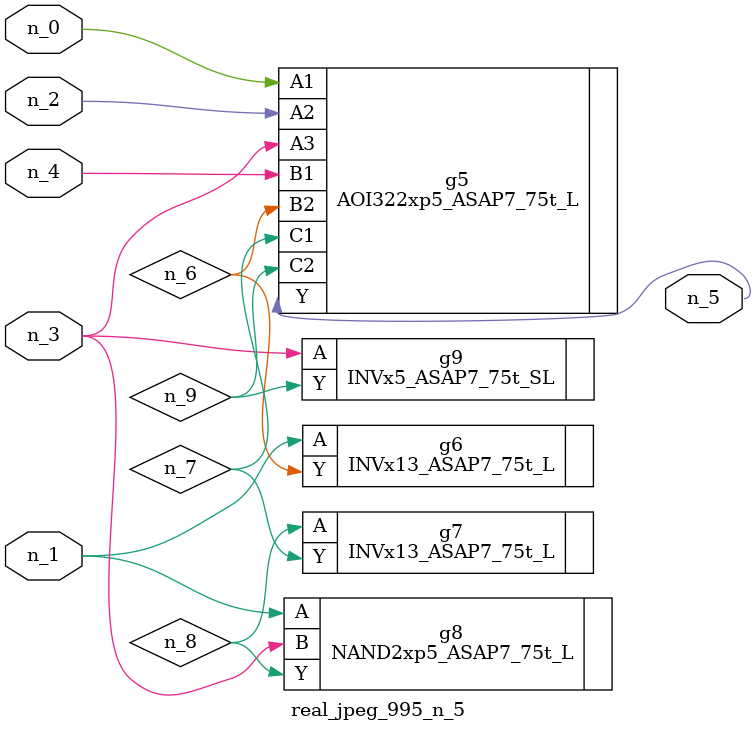
<source format=v>
module real_jpeg_995_n_5 (n_4, n_0, n_1, n_2, n_3, n_5);

input n_4;
input n_0;
input n_1;
input n_2;
input n_3;

output n_5;

wire n_8;
wire n_6;
wire n_7;
wire n_9;

AOI322xp5_ASAP7_75t_L g5 ( 
.A1(n_0),
.A2(n_2),
.A3(n_3),
.B1(n_4),
.B2(n_6),
.C1(n_7),
.C2(n_9),
.Y(n_5)
);

INVx13_ASAP7_75t_L g6 ( 
.A(n_1),
.Y(n_6)
);

NAND2xp5_ASAP7_75t_L g8 ( 
.A(n_1),
.B(n_3),
.Y(n_8)
);

INVx5_ASAP7_75t_SL g9 ( 
.A(n_3),
.Y(n_9)
);

INVx13_ASAP7_75t_L g7 ( 
.A(n_8),
.Y(n_7)
);


endmodule
</source>
